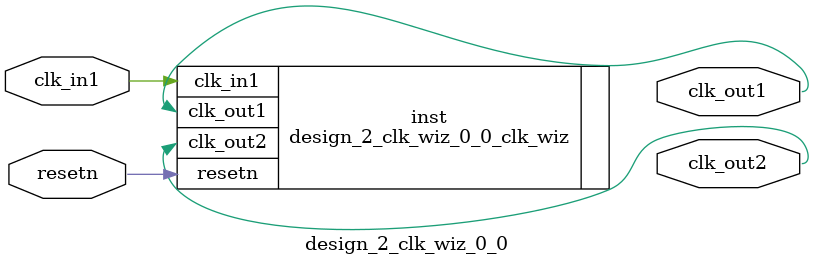
<source format=v>


`timescale 1ps/1ps

(* CORE_GENERATION_INFO = "design_2_clk_wiz_0_0,clk_wiz_v6_0_4_0_0,{component_name=design_2_clk_wiz_0_0,use_phase_alignment=true,use_min_o_jitter=false,use_max_i_jitter=false,use_dyn_phase_shift=false,use_inclk_switchover=false,use_dyn_reconfig=false,enable_axi=0,feedback_source=FDBK_AUTO,PRIMITIVE=MMCM,num_out_clk=2,clkin1_period=83.333,clkin2_period=10.0,use_power_down=false,use_reset=true,use_locked=false,use_inclk_stopped=false,feedback_type=SINGLE,CLOCK_MGR_TYPE=NA,manual_override=false}" *)

module design_2_clk_wiz_0_0 
 (
  // Clock out ports
  output        clk_out1,
  output        clk_out2,
  // Status and control signals
  input         resetn,
 // Clock in ports
  input         clk_in1
 );

  design_2_clk_wiz_0_0_clk_wiz inst
  (
  // Clock out ports  
  .clk_out1(clk_out1),
  .clk_out2(clk_out2),
  // Status and control signals               
  .resetn(resetn), 
 // Clock in ports
  .clk_in1(clk_in1)
  );

endmodule

</source>
